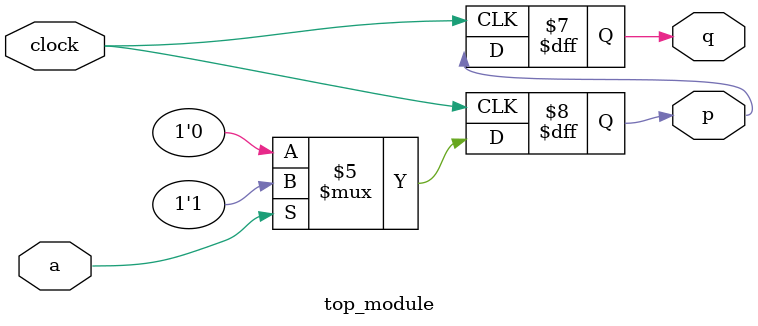
<source format=sv>
module top_module (
	input clock,
	input a, 
	output reg p,
	output reg q
);

initial begin
    p = 0;
    q = 0;
end

always @(posedge clock) begin
    if (a) begin
        p <= 1;
    end else begin
        p <= 0;
    end
end

always @(negedge clock) begin
    q <= p;
end

endmodule

</source>
